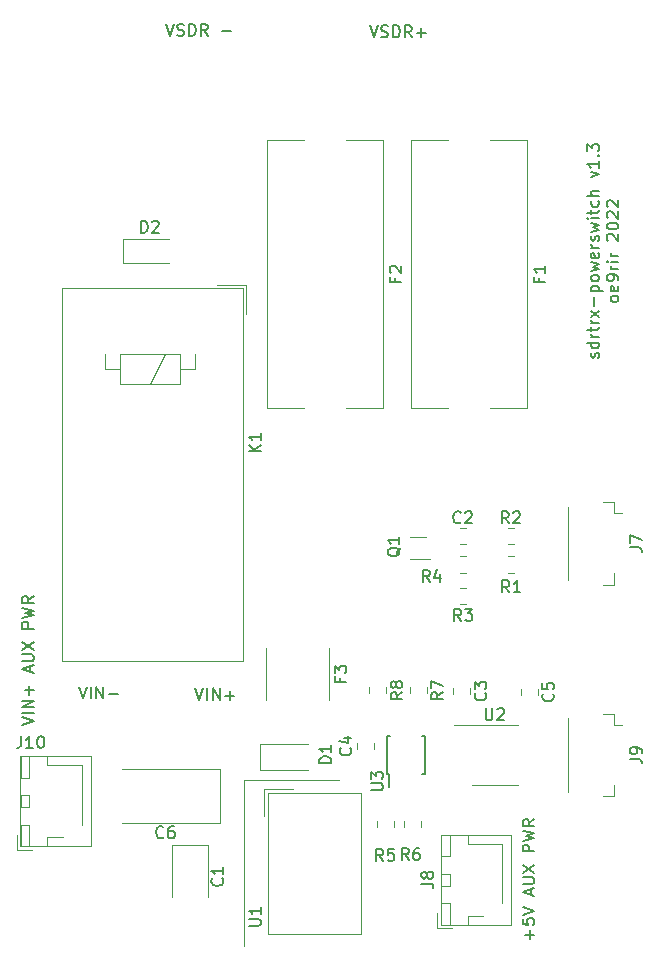
<source format=gto>
G04 #@! TF.GenerationSoftware,KiCad,Pcbnew,5.1.6+dfsg1-1~bpo9+1*
G04 #@! TF.CreationDate,2022-04-20T22:27:00+02:00*
G04 #@! TF.ProjectId,sdrtrx-powerswitch,73647274-7278-42d7-906f-776572737769,rev?*
G04 #@! TF.SameCoordinates,Original*
G04 #@! TF.FileFunction,Legend,Top*
G04 #@! TF.FilePolarity,Positive*
%FSLAX46Y46*%
G04 Gerber Fmt 4.6, Leading zero omitted, Abs format (unit mm)*
G04 Created by KiCad (PCBNEW 5.1.6+dfsg1-1~bpo9+1) date 2022-04-20 22:27:00*
%MOMM*%
%LPD*%
G01*
G04 APERTURE LIST*
%ADD10C,0.150000*%
%ADD11C,0.120000*%
%ADD12C,1.300000*%
%ADD13O,2.100000X1.800000*%
%ADD14R,1.400000X1.900000*%
%ADD15C,3.100000*%
%ADD16R,3.100000X3.100000*%
%ADD17O,2.600000X1.600000*%
%ADD18R,2.600000X1.600000*%
%ADD19R,1.000000X1.300000*%
%ADD20R,0.350000X1.200000*%
%ADD21C,2.800000*%
%ADD22C,6.500000*%
%ADD23R,0.610000X0.500000*%
G04 APERTURE END LIST*
D10*
X71860380Y-115676190D02*
X72860380Y-115342857D01*
X71860380Y-115009523D01*
X72860380Y-114676190D02*
X71860380Y-114676190D01*
X72860380Y-114200000D02*
X71860380Y-114200000D01*
X72860380Y-113628571D01*
X71860380Y-113628571D01*
X72479428Y-113152380D02*
X72479428Y-112390476D01*
X72860380Y-112771428D02*
X72098476Y-112771428D01*
X72574666Y-111200000D02*
X72574666Y-110723809D01*
X72860380Y-111295238D02*
X71860380Y-110961904D01*
X72860380Y-110628571D01*
X71860380Y-110295238D02*
X72669904Y-110295238D01*
X72765142Y-110247619D01*
X72812761Y-110200000D01*
X72860380Y-110104761D01*
X72860380Y-109914285D01*
X72812761Y-109819047D01*
X72765142Y-109771428D01*
X72669904Y-109723809D01*
X71860380Y-109723809D01*
X71860380Y-109342857D02*
X72860380Y-108676190D01*
X71860380Y-108676190D02*
X72860380Y-109342857D01*
X72860380Y-107533333D02*
X71860380Y-107533333D01*
X71860380Y-107152380D01*
X71908000Y-107057142D01*
X71955619Y-107009523D01*
X72050857Y-106961904D01*
X72193714Y-106961904D01*
X72288952Y-107009523D01*
X72336571Y-107057142D01*
X72384190Y-107152380D01*
X72384190Y-107533333D01*
X71860380Y-106628571D02*
X72860380Y-106390476D01*
X72146095Y-106200000D01*
X72860380Y-106009523D01*
X71860380Y-105771428D01*
X72860380Y-104819047D02*
X72384190Y-105152380D01*
X72860380Y-105390476D02*
X71860380Y-105390476D01*
X71860380Y-105009523D01*
X71908000Y-104914285D01*
X71955619Y-104866666D01*
X72050857Y-104819047D01*
X72193714Y-104819047D01*
X72288952Y-104866666D01*
X72336571Y-104914285D01*
X72384190Y-105009523D01*
X72384190Y-105390476D01*
D11*
X90678000Y-120332500D02*
X98679000Y-120332500D01*
X90678000Y-134429500D02*
X90678000Y-120332500D01*
D10*
X114879428Y-133825619D02*
X114879428Y-133063714D01*
X115260380Y-133444666D02*
X114498476Y-133444666D01*
X114260380Y-132111333D02*
X114260380Y-132587523D01*
X114736571Y-132635142D01*
X114688952Y-132587523D01*
X114641333Y-132492285D01*
X114641333Y-132254190D01*
X114688952Y-132158952D01*
X114736571Y-132111333D01*
X114831809Y-132063714D01*
X115069904Y-132063714D01*
X115165142Y-132111333D01*
X115212761Y-132158952D01*
X115260380Y-132254190D01*
X115260380Y-132492285D01*
X115212761Y-132587523D01*
X115165142Y-132635142D01*
X114260380Y-131778000D02*
X115260380Y-131444666D01*
X114260380Y-131111333D01*
X114974666Y-130063714D02*
X114974666Y-129587523D01*
X115260380Y-130158952D02*
X114260380Y-129825619D01*
X115260380Y-129492285D01*
X114260380Y-129158952D02*
X115069904Y-129158952D01*
X115165142Y-129111333D01*
X115212761Y-129063714D01*
X115260380Y-128968476D01*
X115260380Y-128778000D01*
X115212761Y-128682761D01*
X115165142Y-128635142D01*
X115069904Y-128587523D01*
X114260380Y-128587523D01*
X114260380Y-128206571D02*
X115260380Y-127539904D01*
X114260380Y-127539904D02*
X115260380Y-128206571D01*
X115260380Y-126397047D02*
X114260380Y-126397047D01*
X114260380Y-126016095D01*
X114308000Y-125920857D01*
X114355619Y-125873238D01*
X114450857Y-125825619D01*
X114593714Y-125825619D01*
X114688952Y-125873238D01*
X114736571Y-125920857D01*
X114784190Y-126016095D01*
X114784190Y-126397047D01*
X114260380Y-125492285D02*
X115260380Y-125254190D01*
X114546095Y-125063714D01*
X115260380Y-124873238D01*
X114260380Y-124635142D01*
X115260380Y-123682761D02*
X114784190Y-124016095D01*
X115260380Y-124254190D02*
X114260380Y-124254190D01*
X114260380Y-123873238D01*
X114308000Y-123778000D01*
X114355619Y-123730380D01*
X114450857Y-123682761D01*
X114593714Y-123682761D01*
X114688952Y-123730380D01*
X114736571Y-123778000D01*
X114784190Y-123873238D01*
X114784190Y-124254190D01*
X120674261Y-84612619D02*
X120721880Y-84517380D01*
X120721880Y-84326904D01*
X120674261Y-84231666D01*
X120579023Y-84184047D01*
X120531404Y-84184047D01*
X120436166Y-84231666D01*
X120388547Y-84326904D01*
X120388547Y-84469761D01*
X120340928Y-84565000D01*
X120245690Y-84612619D01*
X120198071Y-84612619D01*
X120102833Y-84565000D01*
X120055214Y-84469761D01*
X120055214Y-84326904D01*
X120102833Y-84231666D01*
X120721880Y-83326904D02*
X119721880Y-83326904D01*
X120674261Y-83326904D02*
X120721880Y-83422142D01*
X120721880Y-83612619D01*
X120674261Y-83707857D01*
X120626642Y-83755476D01*
X120531404Y-83803095D01*
X120245690Y-83803095D01*
X120150452Y-83755476D01*
X120102833Y-83707857D01*
X120055214Y-83612619D01*
X120055214Y-83422142D01*
X120102833Y-83326904D01*
X120721880Y-82850714D02*
X120055214Y-82850714D01*
X120245690Y-82850714D02*
X120150452Y-82803095D01*
X120102833Y-82755476D01*
X120055214Y-82660238D01*
X120055214Y-82565000D01*
X120055214Y-82374523D02*
X120055214Y-81993571D01*
X119721880Y-82231666D02*
X120579023Y-82231666D01*
X120674261Y-82184047D01*
X120721880Y-82088809D01*
X120721880Y-81993571D01*
X120721880Y-81660238D02*
X120055214Y-81660238D01*
X120245690Y-81660238D02*
X120150452Y-81612619D01*
X120102833Y-81565000D01*
X120055214Y-81469761D01*
X120055214Y-81374523D01*
X120721880Y-81136428D02*
X120055214Y-80612619D01*
X120055214Y-81136428D02*
X120721880Y-80612619D01*
X120340928Y-80231666D02*
X120340928Y-79469761D01*
X120055214Y-78993571D02*
X121055214Y-78993571D01*
X120102833Y-78993571D02*
X120055214Y-78898333D01*
X120055214Y-78707857D01*
X120102833Y-78612619D01*
X120150452Y-78565000D01*
X120245690Y-78517380D01*
X120531404Y-78517380D01*
X120626642Y-78565000D01*
X120674261Y-78612619D01*
X120721880Y-78707857D01*
X120721880Y-78898333D01*
X120674261Y-78993571D01*
X120721880Y-77945952D02*
X120674261Y-78041190D01*
X120626642Y-78088809D01*
X120531404Y-78136428D01*
X120245690Y-78136428D01*
X120150452Y-78088809D01*
X120102833Y-78041190D01*
X120055214Y-77945952D01*
X120055214Y-77803095D01*
X120102833Y-77707857D01*
X120150452Y-77660238D01*
X120245690Y-77612619D01*
X120531404Y-77612619D01*
X120626642Y-77660238D01*
X120674261Y-77707857D01*
X120721880Y-77803095D01*
X120721880Y-77945952D01*
X120055214Y-77279285D02*
X120721880Y-77088809D01*
X120245690Y-76898333D01*
X120721880Y-76707857D01*
X120055214Y-76517380D01*
X120674261Y-75755476D02*
X120721880Y-75850714D01*
X120721880Y-76041190D01*
X120674261Y-76136428D01*
X120579023Y-76184047D01*
X120198071Y-76184047D01*
X120102833Y-76136428D01*
X120055214Y-76041190D01*
X120055214Y-75850714D01*
X120102833Y-75755476D01*
X120198071Y-75707857D01*
X120293309Y-75707857D01*
X120388547Y-76184047D01*
X120721880Y-75279285D02*
X120055214Y-75279285D01*
X120245690Y-75279285D02*
X120150452Y-75231666D01*
X120102833Y-75184047D01*
X120055214Y-75088809D01*
X120055214Y-74993571D01*
X120674261Y-74707857D02*
X120721880Y-74612619D01*
X120721880Y-74422142D01*
X120674261Y-74326904D01*
X120579023Y-74279285D01*
X120531404Y-74279285D01*
X120436166Y-74326904D01*
X120388547Y-74422142D01*
X120388547Y-74565000D01*
X120340928Y-74660238D01*
X120245690Y-74707857D01*
X120198071Y-74707857D01*
X120102833Y-74660238D01*
X120055214Y-74565000D01*
X120055214Y-74422142D01*
X120102833Y-74326904D01*
X120055214Y-73945952D02*
X120721880Y-73755476D01*
X120245690Y-73565000D01*
X120721880Y-73374523D01*
X120055214Y-73184047D01*
X120721880Y-72803095D02*
X120055214Y-72803095D01*
X119721880Y-72803095D02*
X119769500Y-72850714D01*
X119817119Y-72803095D01*
X119769500Y-72755476D01*
X119721880Y-72803095D01*
X119817119Y-72803095D01*
X120055214Y-72469761D02*
X120055214Y-72088809D01*
X119721880Y-72326904D02*
X120579023Y-72326904D01*
X120674261Y-72279285D01*
X120721880Y-72184047D01*
X120721880Y-72088809D01*
X120674261Y-71326904D02*
X120721880Y-71422142D01*
X120721880Y-71612619D01*
X120674261Y-71707857D01*
X120626642Y-71755476D01*
X120531404Y-71803095D01*
X120245690Y-71803095D01*
X120150452Y-71755476D01*
X120102833Y-71707857D01*
X120055214Y-71612619D01*
X120055214Y-71422142D01*
X120102833Y-71326904D01*
X120721880Y-70898333D02*
X119721880Y-70898333D01*
X120721880Y-70469761D02*
X120198071Y-70469761D01*
X120102833Y-70517380D01*
X120055214Y-70612619D01*
X120055214Y-70755476D01*
X120102833Y-70850714D01*
X120150452Y-70898333D01*
X120055214Y-69326904D02*
X120721880Y-69088809D01*
X120055214Y-68850714D01*
X120721880Y-67945952D02*
X120721880Y-68517380D01*
X120721880Y-68231666D02*
X119721880Y-68231666D01*
X119864738Y-68326904D01*
X119959976Y-68422142D01*
X120007595Y-68517380D01*
X120626642Y-67517380D02*
X120674261Y-67469761D01*
X120721880Y-67517380D01*
X120674261Y-67565000D01*
X120626642Y-67517380D01*
X120721880Y-67517380D01*
X119721880Y-67136428D02*
X119721880Y-66517380D01*
X120102833Y-66850714D01*
X120102833Y-66707857D01*
X120150452Y-66612619D01*
X120198071Y-66565000D01*
X120293309Y-66517380D01*
X120531404Y-66517380D01*
X120626642Y-66565000D01*
X120674261Y-66612619D01*
X120721880Y-66707857D01*
X120721880Y-66993571D01*
X120674261Y-67088809D01*
X120626642Y-67136428D01*
X122371880Y-79684047D02*
X122324261Y-79779285D01*
X122276642Y-79826904D01*
X122181404Y-79874523D01*
X121895690Y-79874523D01*
X121800452Y-79826904D01*
X121752833Y-79779285D01*
X121705214Y-79684047D01*
X121705214Y-79541190D01*
X121752833Y-79445952D01*
X121800452Y-79398333D01*
X121895690Y-79350714D01*
X122181404Y-79350714D01*
X122276642Y-79398333D01*
X122324261Y-79445952D01*
X122371880Y-79541190D01*
X122371880Y-79684047D01*
X122324261Y-78541190D02*
X122371880Y-78636428D01*
X122371880Y-78826904D01*
X122324261Y-78922142D01*
X122229023Y-78969761D01*
X121848071Y-78969761D01*
X121752833Y-78922142D01*
X121705214Y-78826904D01*
X121705214Y-78636428D01*
X121752833Y-78541190D01*
X121848071Y-78493571D01*
X121943309Y-78493571D01*
X122038547Y-78969761D01*
X122371880Y-78017380D02*
X122371880Y-77826904D01*
X122324261Y-77731666D01*
X122276642Y-77684047D01*
X122133785Y-77588809D01*
X121943309Y-77541190D01*
X121562357Y-77541190D01*
X121467119Y-77588809D01*
X121419500Y-77636428D01*
X121371880Y-77731666D01*
X121371880Y-77922142D01*
X121419500Y-78017380D01*
X121467119Y-78065000D01*
X121562357Y-78112619D01*
X121800452Y-78112619D01*
X121895690Y-78065000D01*
X121943309Y-78017380D01*
X121990928Y-77922142D01*
X121990928Y-77731666D01*
X121943309Y-77636428D01*
X121895690Y-77588809D01*
X121800452Y-77541190D01*
X122371880Y-77112619D02*
X121705214Y-77112619D01*
X121895690Y-77112619D02*
X121800452Y-77065000D01*
X121752833Y-77017380D01*
X121705214Y-76922142D01*
X121705214Y-76826904D01*
X122371880Y-76493571D02*
X121705214Y-76493571D01*
X121371880Y-76493571D02*
X121419500Y-76541190D01*
X121467119Y-76493571D01*
X121419500Y-76445952D01*
X121371880Y-76493571D01*
X121467119Y-76493571D01*
X122371880Y-76017380D02*
X121705214Y-76017380D01*
X121895690Y-76017380D02*
X121800452Y-75969761D01*
X121752833Y-75922142D01*
X121705214Y-75826904D01*
X121705214Y-75731666D01*
X121467119Y-74684047D02*
X121419500Y-74636428D01*
X121371880Y-74541190D01*
X121371880Y-74303095D01*
X121419500Y-74207857D01*
X121467119Y-74160238D01*
X121562357Y-74112619D01*
X121657595Y-74112619D01*
X121800452Y-74160238D01*
X122371880Y-74731666D01*
X122371880Y-74112619D01*
X121371880Y-73493571D02*
X121371880Y-73398333D01*
X121419500Y-73303095D01*
X121467119Y-73255476D01*
X121562357Y-73207857D01*
X121752833Y-73160238D01*
X121990928Y-73160238D01*
X122181404Y-73207857D01*
X122276642Y-73255476D01*
X122324261Y-73303095D01*
X122371880Y-73398333D01*
X122371880Y-73493571D01*
X122324261Y-73588809D01*
X122276642Y-73636428D01*
X122181404Y-73684047D01*
X121990928Y-73731666D01*
X121752833Y-73731666D01*
X121562357Y-73684047D01*
X121467119Y-73636428D01*
X121419500Y-73588809D01*
X121371880Y-73493571D01*
X121467119Y-72779285D02*
X121419500Y-72731666D01*
X121371880Y-72636428D01*
X121371880Y-72398333D01*
X121419500Y-72303095D01*
X121467119Y-72255476D01*
X121562357Y-72207857D01*
X121657595Y-72207857D01*
X121800452Y-72255476D01*
X122371880Y-72826904D01*
X122371880Y-72207857D01*
X121467119Y-71826904D02*
X121419500Y-71779285D01*
X121371880Y-71684047D01*
X121371880Y-71445952D01*
X121419500Y-71350714D01*
X121467119Y-71303095D01*
X121562357Y-71255476D01*
X121657595Y-71255476D01*
X121800452Y-71303095D01*
X122371880Y-71874523D01*
X122371880Y-71255476D01*
X101330428Y-56475380D02*
X101663761Y-57475380D01*
X101997095Y-56475380D01*
X102282809Y-57427761D02*
X102425666Y-57475380D01*
X102663761Y-57475380D01*
X102759000Y-57427761D01*
X102806619Y-57380142D01*
X102854238Y-57284904D01*
X102854238Y-57189666D01*
X102806619Y-57094428D01*
X102759000Y-57046809D01*
X102663761Y-56999190D01*
X102473285Y-56951571D01*
X102378047Y-56903952D01*
X102330428Y-56856333D01*
X102282809Y-56761095D01*
X102282809Y-56665857D01*
X102330428Y-56570619D01*
X102378047Y-56523000D01*
X102473285Y-56475380D01*
X102711380Y-56475380D01*
X102854238Y-56523000D01*
X103282809Y-57475380D02*
X103282809Y-56475380D01*
X103520904Y-56475380D01*
X103663761Y-56523000D01*
X103759000Y-56618238D01*
X103806619Y-56713476D01*
X103854238Y-56903952D01*
X103854238Y-57046809D01*
X103806619Y-57237285D01*
X103759000Y-57332523D01*
X103663761Y-57427761D01*
X103520904Y-57475380D01*
X103282809Y-57475380D01*
X104854238Y-57475380D02*
X104520904Y-56999190D01*
X104282809Y-57475380D02*
X104282809Y-56475380D01*
X104663761Y-56475380D01*
X104759000Y-56523000D01*
X104806619Y-56570619D01*
X104854238Y-56665857D01*
X104854238Y-56808714D01*
X104806619Y-56903952D01*
X104759000Y-56951571D01*
X104663761Y-56999190D01*
X104282809Y-56999190D01*
X105282809Y-57094428D02*
X106044714Y-57094428D01*
X105663761Y-57475380D02*
X105663761Y-56713476D01*
X86550714Y-112609380D02*
X86884047Y-113609380D01*
X87217380Y-112609380D01*
X87550714Y-113609380D02*
X87550714Y-112609380D01*
X88026904Y-113609380D02*
X88026904Y-112609380D01*
X88598333Y-113609380D01*
X88598333Y-112609380D01*
X89074523Y-113228428D02*
X89836428Y-113228428D01*
X89455476Y-113609380D02*
X89455476Y-112847476D01*
X76685714Y-112452380D02*
X77019047Y-113452380D01*
X77352380Y-112452380D01*
X77685714Y-113452380D02*
X77685714Y-112452380D01*
X78161904Y-113452380D02*
X78161904Y-112452380D01*
X78733333Y-113452380D01*
X78733333Y-112452380D01*
X79209523Y-113071428D02*
X79971428Y-113071428D01*
X84058476Y-56348380D02*
X84391809Y-57348380D01*
X84725142Y-56348380D01*
X85010857Y-57300761D02*
X85153714Y-57348380D01*
X85391809Y-57348380D01*
X85487047Y-57300761D01*
X85534666Y-57253142D01*
X85582285Y-57157904D01*
X85582285Y-57062666D01*
X85534666Y-56967428D01*
X85487047Y-56919809D01*
X85391809Y-56872190D01*
X85201333Y-56824571D01*
X85106095Y-56776952D01*
X85058476Y-56729333D01*
X85010857Y-56634095D01*
X85010857Y-56538857D01*
X85058476Y-56443619D01*
X85106095Y-56396000D01*
X85201333Y-56348380D01*
X85439428Y-56348380D01*
X85582285Y-56396000D01*
X86010857Y-57348380D02*
X86010857Y-56348380D01*
X86248952Y-56348380D01*
X86391809Y-56396000D01*
X86487047Y-56491238D01*
X86534666Y-56586476D01*
X86582285Y-56776952D01*
X86582285Y-56919809D01*
X86534666Y-57110285D01*
X86487047Y-57205523D01*
X86391809Y-57300761D01*
X86248952Y-57348380D01*
X86010857Y-57348380D01*
X87582285Y-57348380D02*
X87248952Y-56872190D01*
X87010857Y-57348380D02*
X87010857Y-56348380D01*
X87391809Y-56348380D01*
X87487047Y-56396000D01*
X87534666Y-56443619D01*
X87582285Y-56538857D01*
X87582285Y-56681714D01*
X87534666Y-56776952D01*
X87487047Y-56824571D01*
X87391809Y-56872190D01*
X87010857Y-56872190D01*
X88772761Y-56967428D02*
X89534666Y-56967428D01*
D11*
X97870000Y-109196248D02*
X97870000Y-113603752D01*
X92530000Y-109196248D02*
X92530000Y-113603752D01*
X71450000Y-126250000D02*
X72700000Y-126250000D01*
X71450000Y-125000000D02*
X71450000Y-126250000D01*
X76950000Y-119100000D02*
X76950000Y-122150000D01*
X74000000Y-119100000D02*
X76950000Y-119100000D01*
X74000000Y-118350000D02*
X74000000Y-119100000D01*
X76950000Y-122150000D02*
X76950000Y-124140000D01*
X74000000Y-125200000D02*
X75340000Y-125200000D01*
X74000000Y-125950000D02*
X74000000Y-125200000D01*
X71750000Y-118350000D02*
X71750000Y-120150000D01*
X72500000Y-118350000D02*
X71750000Y-118350000D01*
X72500000Y-120150000D02*
X72500000Y-118350000D01*
X71750000Y-120150000D02*
X72500000Y-120150000D01*
X71750000Y-124150000D02*
X71750000Y-125950000D01*
X72500000Y-124150000D02*
X71750000Y-124150000D01*
X72500000Y-125950000D02*
X72500000Y-124150000D01*
X71750000Y-125950000D02*
X72500000Y-125950000D01*
X71750000Y-121650000D02*
X71750000Y-122650000D01*
X72500000Y-121650000D02*
X71750000Y-121650000D01*
X72500000Y-122650000D02*
X72500000Y-121650000D01*
X71750000Y-122650000D02*
X72500000Y-122650000D01*
X71740000Y-118340000D02*
X71740000Y-125960000D01*
X77710000Y-118340000D02*
X71740000Y-118340000D01*
X77710000Y-125960000D02*
X77710000Y-118340000D01*
X71740000Y-125960000D02*
X77710000Y-125960000D01*
X92050000Y-117300000D02*
X92050000Y-119500000D01*
X92050000Y-119500000D02*
X96050000Y-119500000D01*
X92050000Y-117300000D02*
X96050000Y-117300000D01*
X88411000Y-78488000D02*
X90811000Y-78488000D01*
X90811000Y-80888000D02*
X90811000Y-78488000D01*
X75251000Y-78688000D02*
X90611000Y-78688000D01*
X75251000Y-110288000D02*
X75251000Y-78688000D01*
X90611000Y-110288000D02*
X75251000Y-110288000D01*
X90611000Y-78688000D02*
X90611000Y-110288000D01*
X83947000Y-84328000D02*
X82677000Y-86868000D01*
X80137000Y-85598000D02*
X78867000Y-85598000D01*
X78867000Y-85598000D02*
X78867000Y-84328000D01*
X86487000Y-84328000D02*
X86487000Y-85598000D01*
X86487000Y-85598000D02*
X85217000Y-85598000D01*
X85217000Y-85598000D02*
X85217000Y-86868000D01*
X85217000Y-86868000D02*
X80137000Y-86868000D01*
X80137000Y-86868000D02*
X80137000Y-84328000D01*
X80137000Y-84328000D02*
X85217000Y-84328000D01*
X85217000Y-84328000D02*
X85217000Y-85598000D01*
X88595500Y-119469500D02*
X80360500Y-119469500D01*
X88595500Y-123989500D02*
X88595500Y-119469500D01*
X80360500Y-123989500D02*
X88595500Y-123989500D01*
X107331500Y-132608000D02*
X113301500Y-132608000D01*
X113301500Y-132608000D02*
X113301500Y-124988000D01*
X113301500Y-124988000D02*
X107331500Y-124988000D01*
X107331500Y-124988000D02*
X107331500Y-132608000D01*
X107341500Y-129298000D02*
X108091500Y-129298000D01*
X108091500Y-129298000D02*
X108091500Y-128298000D01*
X108091500Y-128298000D02*
X107341500Y-128298000D01*
X107341500Y-128298000D02*
X107341500Y-129298000D01*
X107341500Y-132598000D02*
X108091500Y-132598000D01*
X108091500Y-132598000D02*
X108091500Y-130798000D01*
X108091500Y-130798000D02*
X107341500Y-130798000D01*
X107341500Y-130798000D02*
X107341500Y-132598000D01*
X107341500Y-126798000D02*
X108091500Y-126798000D01*
X108091500Y-126798000D02*
X108091500Y-124998000D01*
X108091500Y-124998000D02*
X107341500Y-124998000D01*
X107341500Y-124998000D02*
X107341500Y-126798000D01*
X109591500Y-132598000D02*
X109591500Y-131848000D01*
X109591500Y-131848000D02*
X110931500Y-131848000D01*
X112541500Y-128798000D02*
X112541500Y-130788000D01*
X109591500Y-124998000D02*
X109591500Y-125748000D01*
X109591500Y-125748000D02*
X112541500Y-125748000D01*
X112541500Y-125748000D02*
X112541500Y-128798000D01*
X107041500Y-131648000D02*
X107041500Y-132898000D01*
X107041500Y-132898000D02*
X108291500Y-132898000D01*
X92685500Y-121421000D02*
X100535500Y-121421000D01*
X100535500Y-121421000D02*
X100535500Y-133361000D01*
X100535500Y-133361000D02*
X92685500Y-133361000D01*
X92685500Y-133361000D02*
X92685500Y-121421000D01*
X94805500Y-121091000D02*
X92355500Y-121091000D01*
X92355500Y-121091000D02*
X92355500Y-123421000D01*
X109478578Y-105485000D02*
X108961422Y-105485000D01*
X109478578Y-104065000D02*
X108961422Y-104065000D01*
X84596000Y-125889000D02*
X84596000Y-130274000D01*
X87616000Y-125889000D02*
X84596000Y-125889000D01*
X87616000Y-130274000D02*
X87616000Y-125889000D01*
X80427000Y-74565000D02*
X80427000Y-76565000D01*
X80427000Y-76565000D02*
X84327000Y-76565000D01*
X80427000Y-74565000D02*
X84327000Y-74565000D01*
X115518000Y-112644422D02*
X115518000Y-113161578D01*
X114098000Y-112644422D02*
X114098000Y-113161578D01*
X101675000Y-117216422D02*
X101675000Y-117733578D01*
X100255000Y-117216422D02*
X100255000Y-117733578D01*
X109803000Y-112565922D02*
X109803000Y-113083078D01*
X108383000Y-112565922D02*
X108383000Y-113083078D01*
X108912922Y-98985000D02*
X109430078Y-98985000D01*
X108912922Y-100405000D02*
X109430078Y-100405000D01*
D10*
X102769000Y-119862000D02*
X102944000Y-119862000D01*
X102769000Y-116612000D02*
X103044000Y-116612000D01*
X106019000Y-116612000D02*
X105744000Y-116612000D01*
X106019000Y-119862000D02*
X105744000Y-119862000D01*
X102769000Y-119862000D02*
X102769000Y-116612000D01*
X106019000Y-119862000D02*
X106019000Y-116612000D01*
X102944000Y-119862000D02*
X102944000Y-120937000D01*
D11*
X111887000Y-120797000D02*
X113837000Y-120797000D01*
X111887000Y-120797000D02*
X109937000Y-120797000D01*
X111887000Y-115677000D02*
X113837000Y-115677000D01*
X111887000Y-115677000D02*
X108437000Y-115677000D01*
X102691000Y-112517422D02*
X102691000Y-113034578D01*
X101271000Y-112517422D02*
X101271000Y-113034578D01*
X106120000Y-112517422D02*
X106120000Y-113034578D01*
X104700000Y-112517422D02*
X104700000Y-113034578D01*
X105612000Y-123820422D02*
X105612000Y-124337578D01*
X104192000Y-123820422D02*
X104192000Y-124337578D01*
X101906000Y-124337578D02*
X101906000Y-123820422D01*
X103326000Y-124337578D02*
X103326000Y-123820422D01*
X108961422Y-101398000D02*
X109478578Y-101398000D01*
X108961422Y-102818000D02*
X109478578Y-102818000D01*
X113494078Y-100405000D02*
X112976922Y-100405000D01*
X113494078Y-98985000D02*
X112976922Y-98985000D01*
X113025422Y-101398000D02*
X113542578Y-101398000D01*
X113025422Y-102818000D02*
X113542578Y-102818000D01*
X121037000Y-114752000D02*
X121987000Y-114752000D01*
X121987000Y-114752000D02*
X121987000Y-115702000D01*
X121987000Y-115702000D02*
X122677000Y-115702000D01*
X121037000Y-121722000D02*
X121987000Y-121722000D01*
X121987000Y-121722000D02*
X121987000Y-120772000D01*
X118067000Y-115122000D02*
X118067000Y-121352000D01*
X92626000Y-88904000D02*
X95786000Y-88904000D01*
X99286000Y-88904000D02*
X102446000Y-88904000D01*
X99286000Y-66184000D02*
X102446000Y-66184000D01*
X102446000Y-66184000D02*
X102446000Y-88904000D01*
X92626000Y-66184000D02*
X92626000Y-88904000D01*
X92626000Y-66184000D02*
X95786000Y-66184000D01*
X104818000Y-88904000D02*
X107978000Y-88904000D01*
X111478000Y-88904000D02*
X114638000Y-88904000D01*
X111478000Y-66184000D02*
X114638000Y-66184000D01*
X114638000Y-66184000D02*
X114638000Y-88904000D01*
X104818000Y-66184000D02*
X104818000Y-88904000D01*
X104818000Y-66184000D02*
X107978000Y-66184000D01*
X106410000Y-101611000D02*
X104760000Y-101611000D01*
X104760000Y-99811000D02*
X106060000Y-99811000D01*
X118067000Y-97215000D02*
X118067000Y-103445000D01*
X121987000Y-103815000D02*
X121987000Y-102865000D01*
X121037000Y-103815000D02*
X121987000Y-103815000D01*
X121987000Y-97795000D02*
X122677000Y-97795000D01*
X121987000Y-96845000D02*
X121987000Y-97795000D01*
X121037000Y-96845000D02*
X121987000Y-96845000D01*
D10*
X98808571Y-111733333D02*
X98808571Y-112066666D01*
X99332380Y-112066666D02*
X98332380Y-112066666D01*
X98332380Y-111590476D01*
X98332380Y-111304761D02*
X98332380Y-110685714D01*
X98713333Y-111019047D01*
X98713333Y-110876190D01*
X98760952Y-110780952D01*
X98808571Y-110733333D01*
X98903809Y-110685714D01*
X99141904Y-110685714D01*
X99237142Y-110733333D01*
X99284761Y-110780952D01*
X99332380Y-110876190D01*
X99332380Y-111161904D01*
X99284761Y-111257142D01*
X99237142Y-111304761D01*
X71790476Y-116652380D02*
X71790476Y-117366666D01*
X71742857Y-117509523D01*
X71647619Y-117604761D01*
X71504761Y-117652380D01*
X71409523Y-117652380D01*
X72790476Y-117652380D02*
X72219047Y-117652380D01*
X72504761Y-117652380D02*
X72504761Y-116652380D01*
X72409523Y-116795238D01*
X72314285Y-116890476D01*
X72219047Y-116938095D01*
X73409523Y-116652380D02*
X73504761Y-116652380D01*
X73600000Y-116700000D01*
X73647619Y-116747619D01*
X73695238Y-116842857D01*
X73742857Y-117033333D01*
X73742857Y-117271428D01*
X73695238Y-117461904D01*
X73647619Y-117557142D01*
X73600000Y-117604761D01*
X73504761Y-117652380D01*
X73409523Y-117652380D01*
X73314285Y-117604761D01*
X73266666Y-117557142D01*
X73219047Y-117461904D01*
X73171428Y-117271428D01*
X73171428Y-117033333D01*
X73219047Y-116842857D01*
X73266666Y-116747619D01*
X73314285Y-116700000D01*
X73409523Y-116652380D01*
X98052380Y-118938095D02*
X97052380Y-118938095D01*
X97052380Y-118700000D01*
X97100000Y-118557142D01*
X97195238Y-118461904D01*
X97290476Y-118414285D01*
X97480952Y-118366666D01*
X97623809Y-118366666D01*
X97814285Y-118414285D01*
X97909523Y-118461904D01*
X98004761Y-118557142D01*
X98052380Y-118700000D01*
X98052380Y-118938095D01*
X98052380Y-117414285D02*
X98052380Y-117985714D01*
X98052380Y-117700000D02*
X97052380Y-117700000D01*
X97195238Y-117795238D01*
X97290476Y-117890476D01*
X97338095Y-117985714D01*
X92063380Y-92526095D02*
X91063380Y-92526095D01*
X92063380Y-91954666D02*
X91491952Y-92383238D01*
X91063380Y-91954666D02*
X91634809Y-92526095D01*
X92063380Y-91002285D02*
X92063380Y-91573714D01*
X92063380Y-91288000D02*
X91063380Y-91288000D01*
X91206238Y-91383238D01*
X91301476Y-91478476D01*
X91349095Y-91573714D01*
X83843833Y-125186642D02*
X83796214Y-125234261D01*
X83653357Y-125281880D01*
X83558119Y-125281880D01*
X83415261Y-125234261D01*
X83320023Y-125139023D01*
X83272404Y-125043785D01*
X83224785Y-124853309D01*
X83224785Y-124710452D01*
X83272404Y-124519976D01*
X83320023Y-124424738D01*
X83415261Y-124329500D01*
X83558119Y-124281880D01*
X83653357Y-124281880D01*
X83796214Y-124329500D01*
X83843833Y-124377119D01*
X84700976Y-124281880D02*
X84510500Y-124281880D01*
X84415261Y-124329500D01*
X84367642Y-124377119D01*
X84272404Y-124519976D01*
X84224785Y-124710452D01*
X84224785Y-125091404D01*
X84272404Y-125186642D01*
X84320023Y-125234261D01*
X84415261Y-125281880D01*
X84605738Y-125281880D01*
X84700976Y-125234261D01*
X84748595Y-125186642D01*
X84796214Y-125091404D01*
X84796214Y-124853309D01*
X84748595Y-124758071D01*
X84700976Y-124710452D01*
X84605738Y-124662833D01*
X84415261Y-124662833D01*
X84320023Y-124710452D01*
X84272404Y-124758071D01*
X84224785Y-124853309D01*
X105693880Y-129131333D02*
X106408166Y-129131333D01*
X106551023Y-129178952D01*
X106646261Y-129274190D01*
X106693880Y-129417047D01*
X106693880Y-129512285D01*
X106122452Y-128512285D02*
X106074833Y-128607523D01*
X106027214Y-128655142D01*
X105931976Y-128702761D01*
X105884357Y-128702761D01*
X105789119Y-128655142D01*
X105741500Y-128607523D01*
X105693880Y-128512285D01*
X105693880Y-128321809D01*
X105741500Y-128226571D01*
X105789119Y-128178952D01*
X105884357Y-128131333D01*
X105931976Y-128131333D01*
X106027214Y-128178952D01*
X106074833Y-128226571D01*
X106122452Y-128321809D01*
X106122452Y-128512285D01*
X106170071Y-128607523D01*
X106217690Y-128655142D01*
X106312928Y-128702761D01*
X106503404Y-128702761D01*
X106598642Y-128655142D01*
X106646261Y-128607523D01*
X106693880Y-128512285D01*
X106693880Y-128321809D01*
X106646261Y-128226571D01*
X106598642Y-128178952D01*
X106503404Y-128131333D01*
X106312928Y-128131333D01*
X106217690Y-128178952D01*
X106170071Y-128226571D01*
X106122452Y-128321809D01*
X91082880Y-132714904D02*
X91892404Y-132714904D01*
X91987642Y-132667285D01*
X92035261Y-132619666D01*
X92082880Y-132524428D01*
X92082880Y-132333952D01*
X92035261Y-132238714D01*
X91987642Y-132191095D01*
X91892404Y-132143476D01*
X91082880Y-132143476D01*
X92082880Y-131143476D02*
X92082880Y-131714904D01*
X92082880Y-131429190D02*
X91082880Y-131429190D01*
X91225738Y-131524428D01*
X91320976Y-131619666D01*
X91368595Y-131714904D01*
X109053333Y-106877380D02*
X108720000Y-106401190D01*
X108481904Y-106877380D02*
X108481904Y-105877380D01*
X108862857Y-105877380D01*
X108958095Y-105925000D01*
X109005714Y-105972619D01*
X109053333Y-106067857D01*
X109053333Y-106210714D01*
X109005714Y-106305952D01*
X108958095Y-106353571D01*
X108862857Y-106401190D01*
X108481904Y-106401190D01*
X109386666Y-105877380D02*
X110005714Y-105877380D01*
X109672380Y-106258333D01*
X109815238Y-106258333D01*
X109910476Y-106305952D01*
X109958095Y-106353571D01*
X110005714Y-106448809D01*
X110005714Y-106686904D01*
X109958095Y-106782142D01*
X109910476Y-106829761D01*
X109815238Y-106877380D01*
X109529523Y-106877380D01*
X109434285Y-106829761D01*
X109386666Y-106782142D01*
X88813142Y-128690666D02*
X88860761Y-128738285D01*
X88908380Y-128881142D01*
X88908380Y-128976380D01*
X88860761Y-129119238D01*
X88765523Y-129214476D01*
X88670285Y-129262095D01*
X88479809Y-129309714D01*
X88336952Y-129309714D01*
X88146476Y-129262095D01*
X88051238Y-129214476D01*
X87956000Y-129119238D01*
X87908380Y-128976380D01*
X87908380Y-128881142D01*
X87956000Y-128738285D01*
X88003619Y-128690666D01*
X88908380Y-127738285D02*
X88908380Y-128309714D01*
X88908380Y-128024000D02*
X87908380Y-128024000D01*
X88051238Y-128119238D01*
X88146476Y-128214476D01*
X88194095Y-128309714D01*
X81938904Y-74017380D02*
X81938904Y-73017380D01*
X82177000Y-73017380D01*
X82319857Y-73065000D01*
X82415095Y-73160238D01*
X82462714Y-73255476D01*
X82510333Y-73445952D01*
X82510333Y-73588809D01*
X82462714Y-73779285D01*
X82415095Y-73874523D01*
X82319857Y-73969761D01*
X82177000Y-74017380D01*
X81938904Y-74017380D01*
X82891285Y-73112619D02*
X82938904Y-73065000D01*
X83034142Y-73017380D01*
X83272238Y-73017380D01*
X83367476Y-73065000D01*
X83415095Y-73112619D01*
X83462714Y-73207857D01*
X83462714Y-73303095D01*
X83415095Y-73445952D01*
X82843666Y-74017380D01*
X83462714Y-74017380D01*
X116815142Y-113069666D02*
X116862761Y-113117285D01*
X116910380Y-113260142D01*
X116910380Y-113355380D01*
X116862761Y-113498238D01*
X116767523Y-113593476D01*
X116672285Y-113641095D01*
X116481809Y-113688714D01*
X116338952Y-113688714D01*
X116148476Y-113641095D01*
X116053238Y-113593476D01*
X115958000Y-113498238D01*
X115910380Y-113355380D01*
X115910380Y-113260142D01*
X115958000Y-113117285D01*
X116005619Y-113069666D01*
X115910380Y-112164904D02*
X115910380Y-112641095D01*
X116386571Y-112688714D01*
X116338952Y-112641095D01*
X116291333Y-112545857D01*
X116291333Y-112307761D01*
X116338952Y-112212523D01*
X116386571Y-112164904D01*
X116481809Y-112117285D01*
X116719904Y-112117285D01*
X116815142Y-112164904D01*
X116862761Y-112212523D01*
X116910380Y-112307761D01*
X116910380Y-112545857D01*
X116862761Y-112641095D01*
X116815142Y-112688714D01*
X99671142Y-117641666D02*
X99718761Y-117689285D01*
X99766380Y-117832142D01*
X99766380Y-117927380D01*
X99718761Y-118070238D01*
X99623523Y-118165476D01*
X99528285Y-118213095D01*
X99337809Y-118260714D01*
X99194952Y-118260714D01*
X99004476Y-118213095D01*
X98909238Y-118165476D01*
X98814000Y-118070238D01*
X98766380Y-117927380D01*
X98766380Y-117832142D01*
X98814000Y-117689285D01*
X98861619Y-117641666D01*
X99099714Y-116784523D02*
X99766380Y-116784523D01*
X98718761Y-117022619D02*
X99433047Y-117260714D01*
X99433047Y-116641666D01*
X111100142Y-112991166D02*
X111147761Y-113038785D01*
X111195380Y-113181642D01*
X111195380Y-113276880D01*
X111147761Y-113419738D01*
X111052523Y-113514976D01*
X110957285Y-113562595D01*
X110766809Y-113610214D01*
X110623952Y-113610214D01*
X110433476Y-113562595D01*
X110338238Y-113514976D01*
X110243000Y-113419738D01*
X110195380Y-113276880D01*
X110195380Y-113181642D01*
X110243000Y-113038785D01*
X110290619Y-112991166D01*
X110195380Y-112657833D02*
X110195380Y-112038785D01*
X110576333Y-112372119D01*
X110576333Y-112229261D01*
X110623952Y-112134023D01*
X110671571Y-112086404D01*
X110766809Y-112038785D01*
X111004904Y-112038785D01*
X111100142Y-112086404D01*
X111147761Y-112134023D01*
X111195380Y-112229261D01*
X111195380Y-112514976D01*
X111147761Y-112610214D01*
X111100142Y-112657833D01*
X109004833Y-98528142D02*
X108957214Y-98575761D01*
X108814357Y-98623380D01*
X108719119Y-98623380D01*
X108576261Y-98575761D01*
X108481023Y-98480523D01*
X108433404Y-98385285D01*
X108385785Y-98194809D01*
X108385785Y-98051952D01*
X108433404Y-97861476D01*
X108481023Y-97766238D01*
X108576261Y-97671000D01*
X108719119Y-97623380D01*
X108814357Y-97623380D01*
X108957214Y-97671000D01*
X109004833Y-97718619D01*
X109385785Y-97718619D02*
X109433404Y-97671000D01*
X109528642Y-97623380D01*
X109766738Y-97623380D01*
X109861976Y-97671000D01*
X109909595Y-97718619D01*
X109957214Y-97813857D01*
X109957214Y-97909095D01*
X109909595Y-98051952D01*
X109338166Y-98623380D01*
X109957214Y-98623380D01*
X101433380Y-121221404D02*
X102242904Y-121221404D01*
X102338142Y-121173785D01*
X102385761Y-121126166D01*
X102433380Y-121030928D01*
X102433380Y-120840452D01*
X102385761Y-120745214D01*
X102338142Y-120697595D01*
X102242904Y-120649976D01*
X101433380Y-120649976D01*
X101433380Y-120269023D02*
X101433380Y-119649976D01*
X101814333Y-119983309D01*
X101814333Y-119840452D01*
X101861952Y-119745214D01*
X101909571Y-119697595D01*
X102004809Y-119649976D01*
X102242904Y-119649976D01*
X102338142Y-119697595D01*
X102385761Y-119745214D01*
X102433380Y-119840452D01*
X102433380Y-120126166D01*
X102385761Y-120221404D01*
X102338142Y-120269023D01*
X111125095Y-114289380D02*
X111125095Y-115098904D01*
X111172714Y-115194142D01*
X111220333Y-115241761D01*
X111315571Y-115289380D01*
X111506047Y-115289380D01*
X111601285Y-115241761D01*
X111648904Y-115194142D01*
X111696523Y-115098904D01*
X111696523Y-114289380D01*
X112125095Y-114384619D02*
X112172714Y-114337000D01*
X112267952Y-114289380D01*
X112506047Y-114289380D01*
X112601285Y-114337000D01*
X112648904Y-114384619D01*
X112696523Y-114479857D01*
X112696523Y-114575095D01*
X112648904Y-114717952D01*
X112077476Y-115289380D01*
X112696523Y-115289380D01*
X104083380Y-112942666D02*
X103607190Y-113276000D01*
X104083380Y-113514095D02*
X103083380Y-113514095D01*
X103083380Y-113133142D01*
X103131000Y-113037904D01*
X103178619Y-112990285D01*
X103273857Y-112942666D01*
X103416714Y-112942666D01*
X103511952Y-112990285D01*
X103559571Y-113037904D01*
X103607190Y-113133142D01*
X103607190Y-113514095D01*
X103511952Y-112371238D02*
X103464333Y-112466476D01*
X103416714Y-112514095D01*
X103321476Y-112561714D01*
X103273857Y-112561714D01*
X103178619Y-112514095D01*
X103131000Y-112466476D01*
X103083380Y-112371238D01*
X103083380Y-112180761D01*
X103131000Y-112085523D01*
X103178619Y-112037904D01*
X103273857Y-111990285D01*
X103321476Y-111990285D01*
X103416714Y-112037904D01*
X103464333Y-112085523D01*
X103511952Y-112180761D01*
X103511952Y-112371238D01*
X103559571Y-112466476D01*
X103607190Y-112514095D01*
X103702428Y-112561714D01*
X103892904Y-112561714D01*
X103988142Y-112514095D01*
X104035761Y-112466476D01*
X104083380Y-112371238D01*
X104083380Y-112180761D01*
X104035761Y-112085523D01*
X103988142Y-112037904D01*
X103892904Y-111990285D01*
X103702428Y-111990285D01*
X103607190Y-112037904D01*
X103559571Y-112085523D01*
X103511952Y-112180761D01*
X107512380Y-112942666D02*
X107036190Y-113276000D01*
X107512380Y-113514095D02*
X106512380Y-113514095D01*
X106512380Y-113133142D01*
X106560000Y-113037904D01*
X106607619Y-112990285D01*
X106702857Y-112942666D01*
X106845714Y-112942666D01*
X106940952Y-112990285D01*
X106988571Y-113037904D01*
X107036190Y-113133142D01*
X107036190Y-113514095D01*
X106512380Y-112609333D02*
X106512380Y-111942666D01*
X107512380Y-112371238D01*
X104608333Y-127134880D02*
X104275000Y-126658690D01*
X104036904Y-127134880D02*
X104036904Y-126134880D01*
X104417857Y-126134880D01*
X104513095Y-126182500D01*
X104560714Y-126230119D01*
X104608333Y-126325357D01*
X104608333Y-126468214D01*
X104560714Y-126563452D01*
X104513095Y-126611071D01*
X104417857Y-126658690D01*
X104036904Y-126658690D01*
X105465476Y-126134880D02*
X105275000Y-126134880D01*
X105179761Y-126182500D01*
X105132142Y-126230119D01*
X105036904Y-126372976D01*
X104989285Y-126563452D01*
X104989285Y-126944404D01*
X105036904Y-127039642D01*
X105084523Y-127087261D01*
X105179761Y-127134880D01*
X105370238Y-127134880D01*
X105465476Y-127087261D01*
X105513095Y-127039642D01*
X105560714Y-126944404D01*
X105560714Y-126706309D01*
X105513095Y-126611071D01*
X105465476Y-126563452D01*
X105370238Y-126515833D01*
X105179761Y-126515833D01*
X105084523Y-126563452D01*
X105036904Y-126611071D01*
X104989285Y-126706309D01*
X102449333Y-127198380D02*
X102116000Y-126722190D01*
X101877904Y-127198380D02*
X101877904Y-126198380D01*
X102258857Y-126198380D01*
X102354095Y-126246000D01*
X102401714Y-126293619D01*
X102449333Y-126388857D01*
X102449333Y-126531714D01*
X102401714Y-126626952D01*
X102354095Y-126674571D01*
X102258857Y-126722190D01*
X101877904Y-126722190D01*
X103354095Y-126198380D02*
X102877904Y-126198380D01*
X102830285Y-126674571D01*
X102877904Y-126626952D01*
X102973142Y-126579333D01*
X103211238Y-126579333D01*
X103306476Y-126626952D01*
X103354095Y-126674571D01*
X103401714Y-126769809D01*
X103401714Y-127007904D01*
X103354095Y-127103142D01*
X103306476Y-127150761D01*
X103211238Y-127198380D01*
X102973142Y-127198380D01*
X102877904Y-127150761D01*
X102830285Y-127103142D01*
X106386333Y-103576380D02*
X106053000Y-103100190D01*
X105814904Y-103576380D02*
X105814904Y-102576380D01*
X106195857Y-102576380D01*
X106291095Y-102624000D01*
X106338714Y-102671619D01*
X106386333Y-102766857D01*
X106386333Y-102909714D01*
X106338714Y-103004952D01*
X106291095Y-103052571D01*
X106195857Y-103100190D01*
X105814904Y-103100190D01*
X107243476Y-102909714D02*
X107243476Y-103576380D01*
X107005380Y-102528761D02*
X106767285Y-103243047D01*
X107386333Y-103243047D01*
X113068833Y-98623380D02*
X112735500Y-98147190D01*
X112497404Y-98623380D02*
X112497404Y-97623380D01*
X112878357Y-97623380D01*
X112973595Y-97671000D01*
X113021214Y-97718619D01*
X113068833Y-97813857D01*
X113068833Y-97956714D01*
X113021214Y-98051952D01*
X112973595Y-98099571D01*
X112878357Y-98147190D01*
X112497404Y-98147190D01*
X113449785Y-97718619D02*
X113497404Y-97671000D01*
X113592642Y-97623380D01*
X113830738Y-97623380D01*
X113925976Y-97671000D01*
X113973595Y-97718619D01*
X114021214Y-97813857D01*
X114021214Y-97909095D01*
X113973595Y-98051952D01*
X113402166Y-98623380D01*
X114021214Y-98623380D01*
X113117333Y-104465380D02*
X112784000Y-103989190D01*
X112545904Y-104465380D02*
X112545904Y-103465380D01*
X112926857Y-103465380D01*
X113022095Y-103513000D01*
X113069714Y-103560619D01*
X113117333Y-103655857D01*
X113117333Y-103798714D01*
X113069714Y-103893952D01*
X113022095Y-103941571D01*
X112926857Y-103989190D01*
X112545904Y-103989190D01*
X114069714Y-104465380D02*
X113498285Y-104465380D01*
X113784000Y-104465380D02*
X113784000Y-103465380D01*
X113688761Y-103608238D01*
X113593523Y-103703476D01*
X113498285Y-103751095D01*
X123329380Y-118570333D02*
X124043666Y-118570333D01*
X124186523Y-118617952D01*
X124281761Y-118713190D01*
X124329380Y-118856047D01*
X124329380Y-118951285D01*
X124329380Y-118046523D02*
X124329380Y-117856047D01*
X124281761Y-117760809D01*
X124234142Y-117713190D01*
X124091285Y-117617952D01*
X123900809Y-117570333D01*
X123519857Y-117570333D01*
X123424619Y-117617952D01*
X123377000Y-117665571D01*
X123329380Y-117760809D01*
X123329380Y-117951285D01*
X123377000Y-118046523D01*
X123424619Y-118094142D01*
X123519857Y-118141761D01*
X123757952Y-118141761D01*
X123853190Y-118094142D01*
X123900809Y-118046523D01*
X123948428Y-117951285D01*
X123948428Y-117760809D01*
X123900809Y-117665571D01*
X123853190Y-117617952D01*
X123757952Y-117570333D01*
X103464571Y-77877333D02*
X103464571Y-78210666D01*
X103988380Y-78210666D02*
X102988380Y-78210666D01*
X102988380Y-77734476D01*
X103083619Y-77401142D02*
X103036000Y-77353523D01*
X102988380Y-77258285D01*
X102988380Y-77020190D01*
X103036000Y-76924952D01*
X103083619Y-76877333D01*
X103178857Y-76829714D01*
X103274095Y-76829714D01*
X103416952Y-76877333D01*
X103988380Y-77448761D01*
X103988380Y-76829714D01*
X115656571Y-77877333D02*
X115656571Y-78210666D01*
X116180380Y-78210666D02*
X115180380Y-78210666D01*
X115180380Y-77734476D01*
X116180380Y-76829714D02*
X116180380Y-77401142D01*
X116180380Y-77115428D02*
X115180380Y-77115428D01*
X115323238Y-77210666D01*
X115418476Y-77305904D01*
X115466095Y-77401142D01*
X103925619Y-100679238D02*
X103878000Y-100774476D01*
X103782761Y-100869714D01*
X103639904Y-101012571D01*
X103592285Y-101107809D01*
X103592285Y-101203047D01*
X103830380Y-101155428D02*
X103782761Y-101250666D01*
X103687523Y-101345904D01*
X103497047Y-101393523D01*
X103163714Y-101393523D01*
X102973238Y-101345904D01*
X102878000Y-101250666D01*
X102830380Y-101155428D01*
X102830380Y-100964952D01*
X102878000Y-100869714D01*
X102973238Y-100774476D01*
X103163714Y-100726857D01*
X103497047Y-100726857D01*
X103687523Y-100774476D01*
X103782761Y-100869714D01*
X103830380Y-100964952D01*
X103830380Y-101155428D01*
X103830380Y-99774476D02*
X103830380Y-100345904D01*
X103830380Y-100060190D02*
X102830380Y-100060190D01*
X102973238Y-100155428D01*
X103068476Y-100250666D01*
X103116095Y-100345904D01*
X123329380Y-100663333D02*
X124043666Y-100663333D01*
X124186523Y-100710952D01*
X124281761Y-100806190D01*
X124329380Y-100949047D01*
X124329380Y-101044285D01*
X123329380Y-100282380D02*
X123329380Y-99615714D01*
X124329380Y-100044285D01*
%LPC*%
G36*
G01*
X92686905Y-113775000D02*
X97713095Y-113775000D01*
G75*
G02*
X97975000Y-114036905I0J-261905D01*
G01*
X97975000Y-115713095D01*
G75*
G02*
X97713095Y-115975000I-261905J0D01*
G01*
X92686905Y-115975000D01*
G75*
G02*
X92425000Y-115713095I0J261905D01*
G01*
X92425000Y-114036905D01*
G75*
G02*
X92686905Y-113775000I261905J0D01*
G01*
G37*
G36*
G01*
X92686905Y-106825000D02*
X97713095Y-106825000D01*
G75*
G02*
X97975000Y-107086905I0J-261905D01*
G01*
X97975000Y-108763095D01*
G75*
G02*
X97713095Y-109025000I-261905J0D01*
G01*
X92686905Y-109025000D01*
G75*
G02*
X92425000Y-108763095I0J261905D01*
G01*
X92425000Y-107086905D01*
G75*
G02*
X92686905Y-106825000I261905J0D01*
G01*
G37*
D12*
X76200000Y-125000000D03*
D13*
X74200000Y-120900000D03*
G36*
G01*
X74985294Y-124300000D02*
X73414706Y-124300000D01*
G75*
G02*
X73150000Y-124035294I0J264706D01*
G01*
X73150000Y-122764706D01*
G75*
G02*
X73414706Y-122500000I264706J0D01*
G01*
X74985294Y-122500000D01*
G75*
G02*
X75250000Y-122764706I0J-264706D01*
G01*
X75250000Y-124035294D01*
G75*
G02*
X74985294Y-124300000I-264706J0D01*
G01*
G37*
G36*
G01*
X81887000Y-61109910D02*
X81887000Y-58778090D01*
G75*
G02*
X82146090Y-58519000I259090J0D01*
G01*
X84477910Y-58519000D01*
G75*
G02*
X84737000Y-58778090I0J-259090D01*
G01*
X84737000Y-61109910D01*
G75*
G02*
X84477910Y-61369000I-259090J0D01*
G01*
X82146090Y-61369000D01*
G75*
G02*
X81887000Y-61109910I0J259090D01*
G01*
G37*
G36*
G01*
X87094000Y-61109910D02*
X87094000Y-58778090D01*
G75*
G02*
X87353090Y-58519000I259090J0D01*
G01*
X89684910Y-58519000D01*
G75*
G02*
X89944000Y-58778090I0J-259090D01*
G01*
X89944000Y-61109910D01*
G75*
G02*
X89684910Y-61369000I-259090J0D01*
G01*
X87353090Y-61369000D01*
G75*
G02*
X87094000Y-61109910I0J259090D01*
G01*
G37*
G36*
G01*
X96111000Y-61109910D02*
X96111000Y-58778090D01*
G75*
G02*
X96370090Y-58519000I259090J0D01*
G01*
X98701910Y-58519000D01*
G75*
G02*
X98961000Y-58778090I0J-259090D01*
G01*
X98961000Y-61109910D01*
G75*
G02*
X98701910Y-61369000I-259090J0D01*
G01*
X96370090Y-61369000D01*
G75*
G02*
X96111000Y-61109910I0J259090D01*
G01*
G37*
G36*
G01*
X108303000Y-61109910D02*
X108303000Y-58778090D01*
G75*
G02*
X108562090Y-58519000I259090J0D01*
G01*
X110893910Y-58519000D01*
G75*
G02*
X111153000Y-58778090I0J-259090D01*
G01*
X111153000Y-61109910D01*
G75*
G02*
X110893910Y-61369000I-259090J0D01*
G01*
X108562090Y-61369000D01*
G75*
G02*
X108303000Y-61109910I0J259090D01*
G01*
G37*
G36*
G01*
X76426000Y-116989910D02*
X76426000Y-114658090D01*
G75*
G02*
X76685090Y-114399000I259090J0D01*
G01*
X79016910Y-114399000D01*
G75*
G02*
X79276000Y-114658090I0J-259090D01*
G01*
X79276000Y-116989910D01*
G75*
G02*
X79016910Y-117249000I-259090J0D01*
G01*
X76685090Y-117249000D01*
G75*
G02*
X76426000Y-116989910I0J259090D01*
G01*
G37*
G36*
G01*
X86586000Y-117116910D02*
X86586000Y-114785090D01*
G75*
G02*
X86845090Y-114526000I259090J0D01*
G01*
X89176910Y-114526000D01*
G75*
G02*
X89436000Y-114785090I0J-259090D01*
G01*
X89436000Y-117116910D01*
G75*
G02*
X89176910Y-117376000I-259090J0D01*
G01*
X86845090Y-117376000D01*
G75*
G02*
X86586000Y-117116910I0J259090D01*
G01*
G37*
D14*
X95900000Y-118400000D03*
X92900000Y-118400000D03*
D15*
X88011000Y-107188000D03*
X77851000Y-102108000D03*
X88011000Y-97028000D03*
X77851000Y-97028000D03*
X77851000Y-107188000D03*
X88011000Y-102108000D03*
D16*
X77851000Y-81788000D03*
D15*
X88011000Y-81788000D03*
G36*
G01*
X81985500Y-120665610D02*
X81985500Y-122793390D01*
G75*
G02*
X81724390Y-123054500I-261110J0D01*
G01*
X79896610Y-123054500D01*
G75*
G02*
X79635500Y-122793390I0J261110D01*
G01*
X79635500Y-120665610D01*
G75*
G02*
X79896610Y-120404500I261110J0D01*
G01*
X81724390Y-120404500D01*
G75*
G02*
X81985500Y-120665610I0J-261110D01*
G01*
G37*
G36*
G01*
X88385500Y-120665610D02*
X88385500Y-122793390D01*
G75*
G02*
X88124390Y-123054500I-261110J0D01*
G01*
X86296610Y-123054500D01*
G75*
G02*
X86035500Y-122793390I0J261110D01*
G01*
X86035500Y-120665610D01*
G75*
G02*
X86296610Y-120404500I261110J0D01*
G01*
X88124390Y-120404500D01*
G75*
G02*
X88385500Y-120665610I0J-261110D01*
G01*
G37*
D12*
X111791500Y-131648000D03*
D13*
X109791500Y-127548000D03*
G36*
G01*
X110576794Y-130948000D02*
X109006206Y-130948000D01*
G75*
G02*
X108741500Y-130683294I0J264706D01*
G01*
X108741500Y-129412706D01*
G75*
G02*
X109006206Y-129148000I264706J0D01*
G01*
X110576794Y-129148000D01*
G75*
G02*
X110841500Y-129412706I0J-264706D01*
G01*
X110841500Y-130683294D01*
G75*
G02*
X110576794Y-130948000I-264706J0D01*
G01*
G37*
D17*
X94805500Y-129921000D03*
X94805500Y-127381000D03*
D18*
X94805500Y-124841000D03*
G36*
G01*
X108820000Y-104293750D02*
X108820000Y-105256250D01*
G75*
G02*
X108551250Y-105525000I-268750J0D01*
G01*
X108013750Y-105525000D01*
G75*
G02*
X107745000Y-105256250I0J268750D01*
G01*
X107745000Y-104293750D01*
G75*
G02*
X108013750Y-104025000I268750J0D01*
G01*
X108551250Y-104025000D01*
G75*
G02*
X108820000Y-104293750I0J-268750D01*
G01*
G37*
G36*
G01*
X110695000Y-104293750D02*
X110695000Y-105256250D01*
G75*
G02*
X110426250Y-105525000I-268750J0D01*
G01*
X109888750Y-105525000D01*
G75*
G02*
X109620000Y-105256250I0J268750D01*
G01*
X109620000Y-104293750D01*
G75*
G02*
X109888750Y-104025000I268750J0D01*
G01*
X110426250Y-104025000D01*
G75*
G02*
X110695000Y-104293750I0J-268750D01*
G01*
G37*
G36*
G01*
X85147667Y-129349000D02*
X87064333Y-129349000D01*
G75*
G02*
X87331000Y-129615667I0J-266667D01*
G01*
X87331000Y-130682333D01*
G75*
G02*
X87064333Y-130949000I-266667J0D01*
G01*
X85147667Y-130949000D01*
G75*
G02*
X84881000Y-130682333I0J266667D01*
G01*
X84881000Y-129615667D01*
G75*
G02*
X85147667Y-129349000I266667J0D01*
G01*
G37*
G36*
G01*
X85147667Y-126099000D02*
X87064333Y-126099000D01*
G75*
G02*
X87331000Y-126365667I0J-266667D01*
G01*
X87331000Y-127432333D01*
G75*
G02*
X87064333Y-127699000I-266667J0D01*
G01*
X85147667Y-127699000D01*
G75*
G02*
X84881000Y-127432333I0J266667D01*
G01*
X84881000Y-126365667D01*
G75*
G02*
X85147667Y-126099000I266667J0D01*
G01*
G37*
D19*
X84327000Y-75565000D03*
X81027000Y-75565000D03*
G36*
G01*
X114326750Y-113303000D02*
X115289250Y-113303000D01*
G75*
G02*
X115558000Y-113571750I0J-268750D01*
G01*
X115558000Y-114109250D01*
G75*
G02*
X115289250Y-114378000I-268750J0D01*
G01*
X114326750Y-114378000D01*
G75*
G02*
X114058000Y-114109250I0J268750D01*
G01*
X114058000Y-113571750D01*
G75*
G02*
X114326750Y-113303000I268750J0D01*
G01*
G37*
G36*
G01*
X114326750Y-111428000D02*
X115289250Y-111428000D01*
G75*
G02*
X115558000Y-111696750I0J-268750D01*
G01*
X115558000Y-112234250D01*
G75*
G02*
X115289250Y-112503000I-268750J0D01*
G01*
X114326750Y-112503000D01*
G75*
G02*
X114058000Y-112234250I0J268750D01*
G01*
X114058000Y-111696750D01*
G75*
G02*
X114326750Y-111428000I268750J0D01*
G01*
G37*
G36*
G01*
X100483750Y-117875000D02*
X101446250Y-117875000D01*
G75*
G02*
X101715000Y-118143750I0J-268750D01*
G01*
X101715000Y-118681250D01*
G75*
G02*
X101446250Y-118950000I-268750J0D01*
G01*
X100483750Y-118950000D01*
G75*
G02*
X100215000Y-118681250I0J268750D01*
G01*
X100215000Y-118143750D01*
G75*
G02*
X100483750Y-117875000I268750J0D01*
G01*
G37*
G36*
G01*
X100483750Y-116000000D02*
X101446250Y-116000000D01*
G75*
G02*
X101715000Y-116268750I0J-268750D01*
G01*
X101715000Y-116806250D01*
G75*
G02*
X101446250Y-117075000I-268750J0D01*
G01*
X100483750Y-117075000D01*
G75*
G02*
X100215000Y-116806250I0J268750D01*
G01*
X100215000Y-116268750D01*
G75*
G02*
X100483750Y-116000000I268750J0D01*
G01*
G37*
G36*
G01*
X108611750Y-113224500D02*
X109574250Y-113224500D01*
G75*
G02*
X109843000Y-113493250I0J-268750D01*
G01*
X109843000Y-114030750D01*
G75*
G02*
X109574250Y-114299500I-268750J0D01*
G01*
X108611750Y-114299500D01*
G75*
G02*
X108343000Y-114030750I0J268750D01*
G01*
X108343000Y-113493250D01*
G75*
G02*
X108611750Y-113224500I268750J0D01*
G01*
G37*
G36*
G01*
X108611750Y-111349500D02*
X109574250Y-111349500D01*
G75*
G02*
X109843000Y-111618250I0J-268750D01*
G01*
X109843000Y-112155750D01*
G75*
G02*
X109574250Y-112424500I-268750J0D01*
G01*
X108611750Y-112424500D01*
G75*
G02*
X108343000Y-112155750I0J268750D01*
G01*
X108343000Y-111618250D01*
G75*
G02*
X108611750Y-111349500I268750J0D01*
G01*
G37*
G36*
G01*
X109571500Y-100176250D02*
X109571500Y-99213750D01*
G75*
G02*
X109840250Y-98945000I268750J0D01*
G01*
X110377750Y-98945000D01*
G75*
G02*
X110646500Y-99213750I0J-268750D01*
G01*
X110646500Y-100176250D01*
G75*
G02*
X110377750Y-100445000I-268750J0D01*
G01*
X109840250Y-100445000D01*
G75*
G02*
X109571500Y-100176250I0J268750D01*
G01*
G37*
G36*
G01*
X107696500Y-100176250D02*
X107696500Y-99213750D01*
G75*
G02*
X107965250Y-98945000I268750J0D01*
G01*
X108502750Y-98945000D01*
G75*
G02*
X108771500Y-99213750I0J-268750D01*
G01*
X108771500Y-100176250D01*
G75*
G02*
X108502750Y-100445000I-268750J0D01*
G01*
X107965250Y-100445000D01*
G75*
G02*
X107696500Y-100176250I0J268750D01*
G01*
G37*
D20*
X103394000Y-116087000D03*
X103894000Y-116087000D03*
X104394000Y-116087000D03*
X104894000Y-116087000D03*
X105394000Y-116087000D03*
X105394000Y-120387000D03*
X104894000Y-120387000D03*
X104394000Y-120387000D03*
X103894000Y-120387000D03*
X103394000Y-120387000D03*
G36*
G01*
X113337000Y-116507000D02*
X113337000Y-116157000D01*
G75*
G02*
X113512000Y-115982000I175000J0D01*
G01*
X115212000Y-115982000D01*
G75*
G02*
X115387000Y-116157000I0J-175000D01*
G01*
X115387000Y-116507000D01*
G75*
G02*
X115212000Y-116682000I-175000J0D01*
G01*
X113512000Y-116682000D01*
G75*
G02*
X113337000Y-116507000I0J175000D01*
G01*
G37*
G36*
G01*
X113337000Y-117777000D02*
X113337000Y-117427000D01*
G75*
G02*
X113512000Y-117252000I175000J0D01*
G01*
X115212000Y-117252000D01*
G75*
G02*
X115387000Y-117427000I0J-175000D01*
G01*
X115387000Y-117777000D01*
G75*
G02*
X115212000Y-117952000I-175000J0D01*
G01*
X113512000Y-117952000D01*
G75*
G02*
X113337000Y-117777000I0J175000D01*
G01*
G37*
G36*
G01*
X113337000Y-119047000D02*
X113337000Y-118697000D01*
G75*
G02*
X113512000Y-118522000I175000J0D01*
G01*
X115212000Y-118522000D01*
G75*
G02*
X115387000Y-118697000I0J-175000D01*
G01*
X115387000Y-119047000D01*
G75*
G02*
X115212000Y-119222000I-175000J0D01*
G01*
X113512000Y-119222000D01*
G75*
G02*
X113337000Y-119047000I0J175000D01*
G01*
G37*
G36*
G01*
X113337000Y-120317000D02*
X113337000Y-119967000D01*
G75*
G02*
X113512000Y-119792000I175000J0D01*
G01*
X115212000Y-119792000D01*
G75*
G02*
X115387000Y-119967000I0J-175000D01*
G01*
X115387000Y-120317000D01*
G75*
G02*
X115212000Y-120492000I-175000J0D01*
G01*
X113512000Y-120492000D01*
G75*
G02*
X113337000Y-120317000I0J175000D01*
G01*
G37*
G36*
G01*
X108387000Y-120317000D02*
X108387000Y-119967000D01*
G75*
G02*
X108562000Y-119792000I175000J0D01*
G01*
X110262000Y-119792000D01*
G75*
G02*
X110437000Y-119967000I0J-175000D01*
G01*
X110437000Y-120317000D01*
G75*
G02*
X110262000Y-120492000I-175000J0D01*
G01*
X108562000Y-120492000D01*
G75*
G02*
X108387000Y-120317000I0J175000D01*
G01*
G37*
G36*
G01*
X108387000Y-119047000D02*
X108387000Y-118697000D01*
G75*
G02*
X108562000Y-118522000I175000J0D01*
G01*
X110262000Y-118522000D01*
G75*
G02*
X110437000Y-118697000I0J-175000D01*
G01*
X110437000Y-119047000D01*
G75*
G02*
X110262000Y-119222000I-175000J0D01*
G01*
X108562000Y-119222000D01*
G75*
G02*
X108387000Y-119047000I0J175000D01*
G01*
G37*
G36*
G01*
X108387000Y-117777000D02*
X108387000Y-117427000D01*
G75*
G02*
X108562000Y-117252000I175000J0D01*
G01*
X110262000Y-117252000D01*
G75*
G02*
X110437000Y-117427000I0J-175000D01*
G01*
X110437000Y-117777000D01*
G75*
G02*
X110262000Y-117952000I-175000J0D01*
G01*
X108562000Y-117952000D01*
G75*
G02*
X108387000Y-117777000I0J175000D01*
G01*
G37*
G36*
G01*
X108387000Y-116507000D02*
X108387000Y-116157000D01*
G75*
G02*
X108562000Y-115982000I175000J0D01*
G01*
X110262000Y-115982000D01*
G75*
G02*
X110437000Y-116157000I0J-175000D01*
G01*
X110437000Y-116507000D01*
G75*
G02*
X110262000Y-116682000I-175000J0D01*
G01*
X108562000Y-116682000D01*
G75*
G02*
X108387000Y-116507000I0J175000D01*
G01*
G37*
G36*
G01*
X101499750Y-113176000D02*
X102462250Y-113176000D01*
G75*
G02*
X102731000Y-113444750I0J-268750D01*
G01*
X102731000Y-113982250D01*
G75*
G02*
X102462250Y-114251000I-268750J0D01*
G01*
X101499750Y-114251000D01*
G75*
G02*
X101231000Y-113982250I0J268750D01*
G01*
X101231000Y-113444750D01*
G75*
G02*
X101499750Y-113176000I268750J0D01*
G01*
G37*
G36*
G01*
X101499750Y-111301000D02*
X102462250Y-111301000D01*
G75*
G02*
X102731000Y-111569750I0J-268750D01*
G01*
X102731000Y-112107250D01*
G75*
G02*
X102462250Y-112376000I-268750J0D01*
G01*
X101499750Y-112376000D01*
G75*
G02*
X101231000Y-112107250I0J268750D01*
G01*
X101231000Y-111569750D01*
G75*
G02*
X101499750Y-111301000I268750J0D01*
G01*
G37*
G36*
G01*
X104928750Y-113176000D02*
X105891250Y-113176000D01*
G75*
G02*
X106160000Y-113444750I0J-268750D01*
G01*
X106160000Y-113982250D01*
G75*
G02*
X105891250Y-114251000I-268750J0D01*
G01*
X104928750Y-114251000D01*
G75*
G02*
X104660000Y-113982250I0J268750D01*
G01*
X104660000Y-113444750D01*
G75*
G02*
X104928750Y-113176000I268750J0D01*
G01*
G37*
G36*
G01*
X104928750Y-111301000D02*
X105891250Y-111301000D01*
G75*
G02*
X106160000Y-111569750I0J-268750D01*
G01*
X106160000Y-112107250D01*
G75*
G02*
X105891250Y-112376000I-268750J0D01*
G01*
X104928750Y-112376000D01*
G75*
G02*
X104660000Y-112107250I0J268750D01*
G01*
X104660000Y-111569750D01*
G75*
G02*
X104928750Y-111301000I268750J0D01*
G01*
G37*
G36*
G01*
X104420750Y-124479000D02*
X105383250Y-124479000D01*
G75*
G02*
X105652000Y-124747750I0J-268750D01*
G01*
X105652000Y-125285250D01*
G75*
G02*
X105383250Y-125554000I-268750J0D01*
G01*
X104420750Y-125554000D01*
G75*
G02*
X104152000Y-125285250I0J268750D01*
G01*
X104152000Y-124747750D01*
G75*
G02*
X104420750Y-124479000I268750J0D01*
G01*
G37*
G36*
G01*
X104420750Y-122604000D02*
X105383250Y-122604000D01*
G75*
G02*
X105652000Y-122872750I0J-268750D01*
G01*
X105652000Y-123410250D01*
G75*
G02*
X105383250Y-123679000I-268750J0D01*
G01*
X104420750Y-123679000D01*
G75*
G02*
X104152000Y-123410250I0J268750D01*
G01*
X104152000Y-122872750D01*
G75*
G02*
X104420750Y-122604000I268750J0D01*
G01*
G37*
G36*
G01*
X103097250Y-123679000D02*
X102134750Y-123679000D01*
G75*
G02*
X101866000Y-123410250I0J268750D01*
G01*
X101866000Y-122872750D01*
G75*
G02*
X102134750Y-122604000I268750J0D01*
G01*
X103097250Y-122604000D01*
G75*
G02*
X103366000Y-122872750I0J-268750D01*
G01*
X103366000Y-123410250D01*
G75*
G02*
X103097250Y-123679000I-268750J0D01*
G01*
G37*
G36*
G01*
X103097250Y-125554000D02*
X102134750Y-125554000D01*
G75*
G02*
X101866000Y-125285250I0J268750D01*
G01*
X101866000Y-124747750D01*
G75*
G02*
X102134750Y-124479000I268750J0D01*
G01*
X103097250Y-124479000D01*
G75*
G02*
X103366000Y-124747750I0J-268750D01*
G01*
X103366000Y-125285250D01*
G75*
G02*
X103097250Y-125554000I-268750J0D01*
G01*
G37*
G36*
G01*
X109620000Y-102589250D02*
X109620000Y-101626750D01*
G75*
G02*
X109888750Y-101358000I268750J0D01*
G01*
X110426250Y-101358000D01*
G75*
G02*
X110695000Y-101626750I0J-268750D01*
G01*
X110695000Y-102589250D01*
G75*
G02*
X110426250Y-102858000I-268750J0D01*
G01*
X109888750Y-102858000D01*
G75*
G02*
X109620000Y-102589250I0J268750D01*
G01*
G37*
G36*
G01*
X107745000Y-102589250D02*
X107745000Y-101626750D01*
G75*
G02*
X108013750Y-101358000I268750J0D01*
G01*
X108551250Y-101358000D01*
G75*
G02*
X108820000Y-101626750I0J-268750D01*
G01*
X108820000Y-102589250D01*
G75*
G02*
X108551250Y-102858000I-268750J0D01*
G01*
X108013750Y-102858000D01*
G75*
G02*
X107745000Y-102589250I0J268750D01*
G01*
G37*
G36*
G01*
X112835500Y-99213750D02*
X112835500Y-100176250D01*
G75*
G02*
X112566750Y-100445000I-268750J0D01*
G01*
X112029250Y-100445000D01*
G75*
G02*
X111760500Y-100176250I0J268750D01*
G01*
X111760500Y-99213750D01*
G75*
G02*
X112029250Y-98945000I268750J0D01*
G01*
X112566750Y-98945000D01*
G75*
G02*
X112835500Y-99213750I0J-268750D01*
G01*
G37*
G36*
G01*
X114710500Y-99213750D02*
X114710500Y-100176250D01*
G75*
G02*
X114441750Y-100445000I-268750J0D01*
G01*
X113904250Y-100445000D01*
G75*
G02*
X113635500Y-100176250I0J268750D01*
G01*
X113635500Y-99213750D01*
G75*
G02*
X113904250Y-98945000I268750J0D01*
G01*
X114441750Y-98945000D01*
G75*
G02*
X114710500Y-99213750I0J-268750D01*
G01*
G37*
G36*
G01*
X113684000Y-102589250D02*
X113684000Y-101626750D01*
G75*
G02*
X113952750Y-101358000I268750J0D01*
G01*
X114490250Y-101358000D01*
G75*
G02*
X114759000Y-101626750I0J-268750D01*
G01*
X114759000Y-102589250D01*
G75*
G02*
X114490250Y-102858000I-268750J0D01*
G01*
X113952750Y-102858000D01*
G75*
G02*
X113684000Y-102589250I0J268750D01*
G01*
G37*
G36*
G01*
X111809000Y-102589250D02*
X111809000Y-101626750D01*
G75*
G02*
X112077750Y-101358000I268750J0D01*
G01*
X112615250Y-101358000D01*
G75*
G02*
X112884000Y-101626750I0J-268750D01*
G01*
X112884000Y-102589250D01*
G75*
G02*
X112615250Y-102858000I-268750J0D01*
G01*
X112077750Y-102858000D01*
G75*
G02*
X111809000Y-102589250I0J268750D01*
G01*
G37*
G36*
G01*
X117988905Y-121562000D02*
X120565095Y-121562000D01*
G75*
G02*
X120827000Y-121823905I0J-261905D01*
G01*
X120827000Y-123500095D01*
G75*
G02*
X120565095Y-123762000I-261905J0D01*
G01*
X117988905Y-123762000D01*
G75*
G02*
X117727000Y-123500095I0J261905D01*
G01*
X117727000Y-121823905D01*
G75*
G02*
X117988905Y-121562000I261905J0D01*
G01*
G37*
G36*
G01*
X117988905Y-112712000D02*
X120565095Y-112712000D01*
G75*
G02*
X120827000Y-112973905I0J-261905D01*
G01*
X120827000Y-114650095D01*
G75*
G02*
X120565095Y-114912000I-261905J0D01*
G01*
X117988905Y-114912000D01*
G75*
G02*
X117727000Y-114650095I0J261905D01*
G01*
X117727000Y-112973905D01*
G75*
G02*
X117988905Y-112712000I261905J0D01*
G01*
G37*
G36*
G01*
X121552000Y-119662000D02*
X122502000Y-119662000D01*
G75*
G02*
X122727000Y-119887000I0J-225000D01*
G01*
X122727000Y-120337000D01*
G75*
G02*
X122502000Y-120562000I-225000J0D01*
G01*
X121552000Y-120562000D01*
G75*
G02*
X121327000Y-120337000I0J225000D01*
G01*
X121327000Y-119887000D01*
G75*
G02*
X121552000Y-119662000I225000J0D01*
G01*
G37*
G36*
G01*
X121552000Y-118412000D02*
X122502000Y-118412000D01*
G75*
G02*
X122727000Y-118637000I0J-225000D01*
G01*
X122727000Y-119087000D01*
G75*
G02*
X122502000Y-119312000I-225000J0D01*
G01*
X121552000Y-119312000D01*
G75*
G02*
X121327000Y-119087000I0J225000D01*
G01*
X121327000Y-118637000D01*
G75*
G02*
X121552000Y-118412000I225000J0D01*
G01*
G37*
G36*
G01*
X121552000Y-117162000D02*
X122502000Y-117162000D01*
G75*
G02*
X122727000Y-117387000I0J-225000D01*
G01*
X122727000Y-117837000D01*
G75*
G02*
X122502000Y-118062000I-225000J0D01*
G01*
X121552000Y-118062000D01*
G75*
G02*
X121327000Y-117837000I0J225000D01*
G01*
X121327000Y-117387000D01*
G75*
G02*
X121552000Y-117162000I225000J0D01*
G01*
G37*
G36*
G01*
X121552000Y-115912000D02*
X122502000Y-115912000D01*
G75*
G02*
X122727000Y-116137000I0J-225000D01*
G01*
X122727000Y-116587000D01*
G75*
G02*
X122502000Y-116812000I-225000J0D01*
G01*
X121552000Y-116812000D01*
G75*
G02*
X121327000Y-116587000I0J225000D01*
G01*
X121327000Y-116137000D01*
G75*
G02*
X121552000Y-115912000I225000J0D01*
G01*
G37*
D21*
X97536000Y-77544000D03*
D15*
X97536000Y-88794000D03*
X97536000Y-66294000D03*
D21*
X109728000Y-77544000D03*
D15*
X109728000Y-88794000D03*
X109728000Y-66294000D03*
D22*
X120000000Y-130000000D03*
X120000000Y-60000000D03*
X75000000Y-60000000D03*
X75000000Y-130000000D03*
D23*
X106055000Y-100211000D03*
X104765000Y-100711000D03*
X106055000Y-101211000D03*
G36*
G01*
X117988905Y-103655000D02*
X120565095Y-103655000D01*
G75*
G02*
X120827000Y-103916905I0J-261905D01*
G01*
X120827000Y-105593095D01*
G75*
G02*
X120565095Y-105855000I-261905J0D01*
G01*
X117988905Y-105855000D01*
G75*
G02*
X117727000Y-105593095I0J261905D01*
G01*
X117727000Y-103916905D01*
G75*
G02*
X117988905Y-103655000I261905J0D01*
G01*
G37*
G36*
G01*
X117988905Y-94805000D02*
X120565095Y-94805000D01*
G75*
G02*
X120827000Y-95066905I0J-261905D01*
G01*
X120827000Y-96743095D01*
G75*
G02*
X120565095Y-97005000I-261905J0D01*
G01*
X117988905Y-97005000D01*
G75*
G02*
X117727000Y-96743095I0J261905D01*
G01*
X117727000Y-95066905D01*
G75*
G02*
X117988905Y-94805000I261905J0D01*
G01*
G37*
G36*
G01*
X121552000Y-101755000D02*
X122502000Y-101755000D01*
G75*
G02*
X122727000Y-101980000I0J-225000D01*
G01*
X122727000Y-102430000D01*
G75*
G02*
X122502000Y-102655000I-225000J0D01*
G01*
X121552000Y-102655000D01*
G75*
G02*
X121327000Y-102430000I0J225000D01*
G01*
X121327000Y-101980000D01*
G75*
G02*
X121552000Y-101755000I225000J0D01*
G01*
G37*
G36*
G01*
X121552000Y-100505000D02*
X122502000Y-100505000D01*
G75*
G02*
X122727000Y-100730000I0J-225000D01*
G01*
X122727000Y-101180000D01*
G75*
G02*
X122502000Y-101405000I-225000J0D01*
G01*
X121552000Y-101405000D01*
G75*
G02*
X121327000Y-101180000I0J225000D01*
G01*
X121327000Y-100730000D01*
G75*
G02*
X121552000Y-100505000I225000J0D01*
G01*
G37*
G36*
G01*
X121552000Y-99255000D02*
X122502000Y-99255000D01*
G75*
G02*
X122727000Y-99480000I0J-225000D01*
G01*
X122727000Y-99930000D01*
G75*
G02*
X122502000Y-100155000I-225000J0D01*
G01*
X121552000Y-100155000D01*
G75*
G02*
X121327000Y-99930000I0J225000D01*
G01*
X121327000Y-99480000D01*
G75*
G02*
X121552000Y-99255000I225000J0D01*
G01*
G37*
G36*
G01*
X121552000Y-98005000D02*
X122502000Y-98005000D01*
G75*
G02*
X122727000Y-98230000I0J-225000D01*
G01*
X122727000Y-98680000D01*
G75*
G02*
X122502000Y-98905000I-225000J0D01*
G01*
X121552000Y-98905000D01*
G75*
G02*
X121327000Y-98680000I0J225000D01*
G01*
X121327000Y-98230000D01*
G75*
G02*
X121552000Y-98005000I225000J0D01*
G01*
G37*
M02*

</source>
